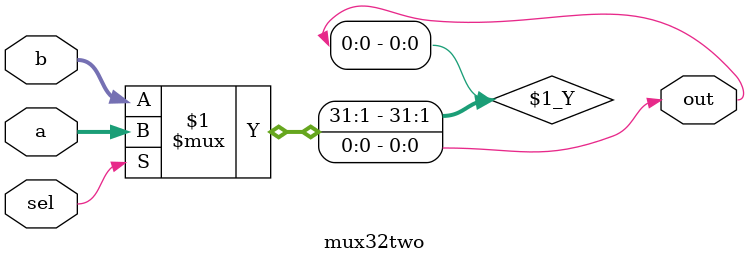
<source format=v>
module mux32two(a,b,sel,out);
input [31:0]a,b;
input sel;
output out;


assign out=sel?a:b;


endmodule

</source>
